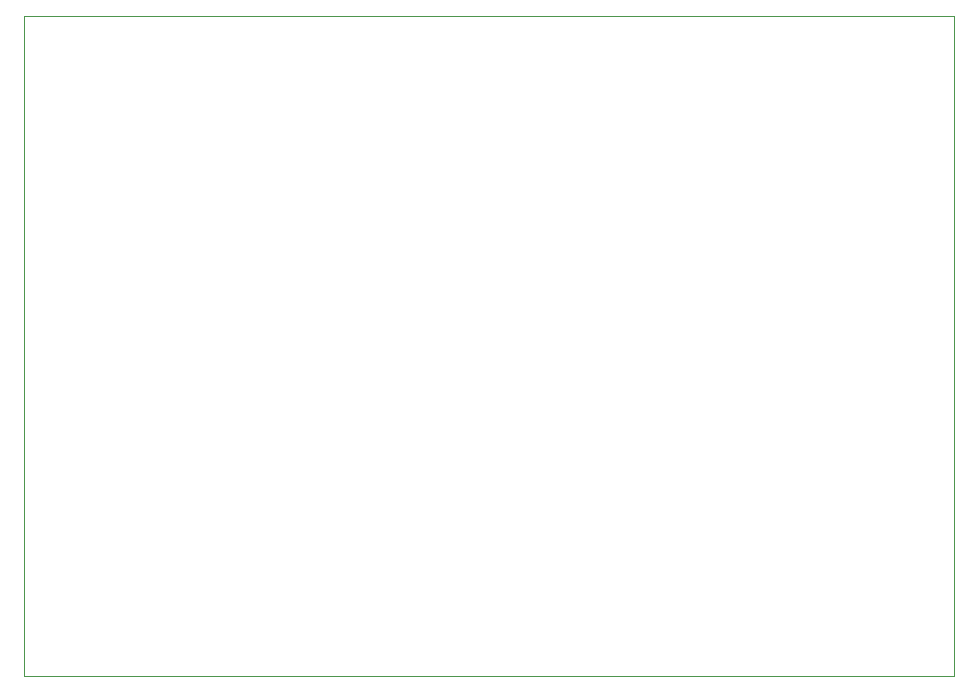
<source format=gm1>
%TF.GenerationSoftware,KiCad,Pcbnew,7.0.1*%
%TF.CreationDate,2025-03-28T02:07:50+02:00*%
%TF.ProjectId,PowerCircuit_V6,506f7765-7243-4697-9263-7569745f5636,rev?*%
%TF.SameCoordinates,Original*%
%TF.FileFunction,Profile,NP*%
%FSLAX46Y46*%
G04 Gerber Fmt 4.6, Leading zero omitted, Abs format (unit mm)*
G04 Created by KiCad (PCBNEW 7.0.1) date 2025-03-28 02:07:50*
%MOMM*%
%LPD*%
G01*
G04 APERTURE LIST*
%TA.AperFunction,Profile*%
%ADD10C,0.050000*%
%TD*%
G04 APERTURE END LIST*
D10*
X179173863Y-131430165D02*
X257913863Y-131430165D01*
X179173863Y-75550165D02*
X179173863Y-131430165D01*
X257913863Y-131430165D02*
X257913863Y-75550165D01*
X257913863Y-75550165D02*
X179173863Y-75550165D01*
M02*

</source>
